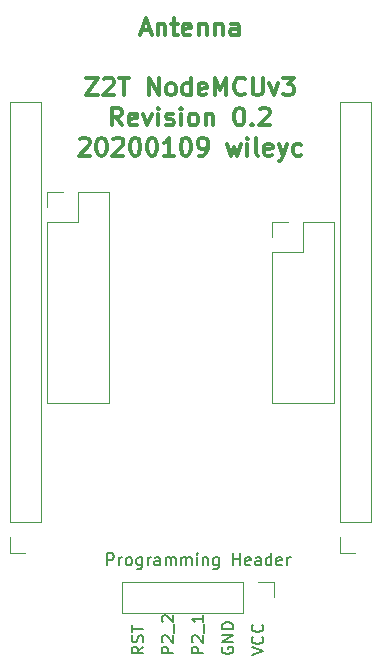
<source format=gto>
G04 #@! TF.GenerationSoftware,KiCad,Pcbnew,(5.1.5-0-10_14)*
G04 #@! TF.CreationDate,2020-01-09T22:03:08+09:00*
G04 #@! TF.ProjectId,Zigbee2MQTT,5a696762-6565-4324-9d51-54542e6b6963,rev?*
G04 #@! TF.SameCoordinates,Original*
G04 #@! TF.FileFunction,Legend,Top*
G04 #@! TF.FilePolarity,Positive*
%FSLAX46Y46*%
G04 Gerber Fmt 4.6, Leading zero omitted, Abs format (unit mm)*
G04 Created by KiCad (PCBNEW (5.1.5-0-10_14)) date 2020-01-09 22:03:08*
%MOMM*%
%LPD*%
G04 APERTURE LIST*
%ADD10C,0.300000*%
%ADD11C,0.150000*%
%ADD12C,0.120000*%
G04 APERTURE END LIST*
D10*
X131513571Y-70288571D02*
X132513571Y-70288571D01*
X131513571Y-71788571D01*
X132513571Y-71788571D01*
X133013571Y-70431428D02*
X133085000Y-70360000D01*
X133227857Y-70288571D01*
X133585000Y-70288571D01*
X133727857Y-70360000D01*
X133799285Y-70431428D01*
X133870714Y-70574285D01*
X133870714Y-70717142D01*
X133799285Y-70931428D01*
X132942142Y-71788571D01*
X133870714Y-71788571D01*
X134299285Y-70288571D02*
X135156428Y-70288571D01*
X134727857Y-71788571D02*
X134727857Y-70288571D01*
X136799285Y-71788571D02*
X136799285Y-70288571D01*
X137656428Y-71788571D01*
X137656428Y-70288571D01*
X138585000Y-71788571D02*
X138442142Y-71717142D01*
X138370714Y-71645714D01*
X138299285Y-71502857D01*
X138299285Y-71074285D01*
X138370714Y-70931428D01*
X138442142Y-70860000D01*
X138585000Y-70788571D01*
X138799285Y-70788571D01*
X138942142Y-70860000D01*
X139013571Y-70931428D01*
X139085000Y-71074285D01*
X139085000Y-71502857D01*
X139013571Y-71645714D01*
X138942142Y-71717142D01*
X138799285Y-71788571D01*
X138585000Y-71788571D01*
X140370714Y-71788571D02*
X140370714Y-70288571D01*
X140370714Y-71717142D02*
X140227857Y-71788571D01*
X139942142Y-71788571D01*
X139799285Y-71717142D01*
X139727857Y-71645714D01*
X139656428Y-71502857D01*
X139656428Y-71074285D01*
X139727857Y-70931428D01*
X139799285Y-70860000D01*
X139942142Y-70788571D01*
X140227857Y-70788571D01*
X140370714Y-70860000D01*
X141656428Y-71717142D02*
X141513571Y-71788571D01*
X141227857Y-71788571D01*
X141085000Y-71717142D01*
X141013571Y-71574285D01*
X141013571Y-71002857D01*
X141085000Y-70860000D01*
X141227857Y-70788571D01*
X141513571Y-70788571D01*
X141656428Y-70860000D01*
X141727857Y-71002857D01*
X141727857Y-71145714D01*
X141013571Y-71288571D01*
X142370714Y-71788571D02*
X142370714Y-70288571D01*
X142870714Y-71360000D01*
X143370714Y-70288571D01*
X143370714Y-71788571D01*
X144942142Y-71645714D02*
X144870714Y-71717142D01*
X144656428Y-71788571D01*
X144513571Y-71788571D01*
X144299285Y-71717142D01*
X144156428Y-71574285D01*
X144085000Y-71431428D01*
X144013571Y-71145714D01*
X144013571Y-70931428D01*
X144085000Y-70645714D01*
X144156428Y-70502857D01*
X144299285Y-70360000D01*
X144513571Y-70288571D01*
X144656428Y-70288571D01*
X144870714Y-70360000D01*
X144942142Y-70431428D01*
X145585000Y-70288571D02*
X145585000Y-71502857D01*
X145656428Y-71645714D01*
X145727857Y-71717142D01*
X145870714Y-71788571D01*
X146156428Y-71788571D01*
X146299285Y-71717142D01*
X146370714Y-71645714D01*
X146442142Y-71502857D01*
X146442142Y-70288571D01*
X147013571Y-70788571D02*
X147370714Y-71788571D01*
X147727857Y-70788571D01*
X148156428Y-70288571D02*
X149085000Y-70288571D01*
X148585000Y-70860000D01*
X148799285Y-70860000D01*
X148942142Y-70931428D01*
X149013571Y-71002857D01*
X149085000Y-71145714D01*
X149085000Y-71502857D01*
X149013571Y-71645714D01*
X148942142Y-71717142D01*
X148799285Y-71788571D01*
X148370714Y-71788571D01*
X148227857Y-71717142D01*
X148156428Y-71645714D01*
X134549285Y-74338571D02*
X134049285Y-73624285D01*
X133692142Y-74338571D02*
X133692142Y-72838571D01*
X134263571Y-72838571D01*
X134406428Y-72910000D01*
X134477857Y-72981428D01*
X134549285Y-73124285D01*
X134549285Y-73338571D01*
X134477857Y-73481428D01*
X134406428Y-73552857D01*
X134263571Y-73624285D01*
X133692142Y-73624285D01*
X135763571Y-74267142D02*
X135620714Y-74338571D01*
X135335000Y-74338571D01*
X135192142Y-74267142D01*
X135120714Y-74124285D01*
X135120714Y-73552857D01*
X135192142Y-73410000D01*
X135335000Y-73338571D01*
X135620714Y-73338571D01*
X135763571Y-73410000D01*
X135835000Y-73552857D01*
X135835000Y-73695714D01*
X135120714Y-73838571D01*
X136335000Y-73338571D02*
X136692142Y-74338571D01*
X137049285Y-73338571D01*
X137620714Y-74338571D02*
X137620714Y-73338571D01*
X137620714Y-72838571D02*
X137549285Y-72910000D01*
X137620714Y-72981428D01*
X137692142Y-72910000D01*
X137620714Y-72838571D01*
X137620714Y-72981428D01*
X138263571Y-74267142D02*
X138406428Y-74338571D01*
X138692142Y-74338571D01*
X138835000Y-74267142D01*
X138906428Y-74124285D01*
X138906428Y-74052857D01*
X138835000Y-73910000D01*
X138692142Y-73838571D01*
X138477857Y-73838571D01*
X138335000Y-73767142D01*
X138263571Y-73624285D01*
X138263571Y-73552857D01*
X138335000Y-73410000D01*
X138477857Y-73338571D01*
X138692142Y-73338571D01*
X138835000Y-73410000D01*
X139549285Y-74338571D02*
X139549285Y-73338571D01*
X139549285Y-72838571D02*
X139477857Y-72910000D01*
X139549285Y-72981428D01*
X139620714Y-72910000D01*
X139549285Y-72838571D01*
X139549285Y-72981428D01*
X140477857Y-74338571D02*
X140335000Y-74267142D01*
X140263571Y-74195714D01*
X140192142Y-74052857D01*
X140192142Y-73624285D01*
X140263571Y-73481428D01*
X140335000Y-73410000D01*
X140477857Y-73338571D01*
X140692142Y-73338571D01*
X140835000Y-73410000D01*
X140906428Y-73481428D01*
X140977857Y-73624285D01*
X140977857Y-74052857D01*
X140906428Y-74195714D01*
X140835000Y-74267142D01*
X140692142Y-74338571D01*
X140477857Y-74338571D01*
X141620714Y-73338571D02*
X141620714Y-74338571D01*
X141620714Y-73481428D02*
X141692142Y-73410000D01*
X141835000Y-73338571D01*
X142049285Y-73338571D01*
X142192142Y-73410000D01*
X142263571Y-73552857D01*
X142263571Y-74338571D01*
X144406428Y-72838571D02*
X144549285Y-72838571D01*
X144692142Y-72910000D01*
X144763571Y-72981428D01*
X144835000Y-73124285D01*
X144906428Y-73410000D01*
X144906428Y-73767142D01*
X144835000Y-74052857D01*
X144763571Y-74195714D01*
X144692142Y-74267142D01*
X144549285Y-74338571D01*
X144406428Y-74338571D01*
X144263571Y-74267142D01*
X144192142Y-74195714D01*
X144120714Y-74052857D01*
X144049285Y-73767142D01*
X144049285Y-73410000D01*
X144120714Y-73124285D01*
X144192142Y-72981428D01*
X144263571Y-72910000D01*
X144406428Y-72838571D01*
X145549285Y-74195714D02*
X145620714Y-74267142D01*
X145549285Y-74338571D01*
X145477857Y-74267142D01*
X145549285Y-74195714D01*
X145549285Y-74338571D01*
X146192142Y-72981428D02*
X146263571Y-72910000D01*
X146406428Y-72838571D01*
X146763571Y-72838571D01*
X146906428Y-72910000D01*
X146977857Y-72981428D01*
X147049285Y-73124285D01*
X147049285Y-73267142D01*
X146977857Y-73481428D01*
X146120714Y-74338571D01*
X147049285Y-74338571D01*
X130942142Y-75531428D02*
X131013571Y-75460000D01*
X131156428Y-75388571D01*
X131513571Y-75388571D01*
X131656428Y-75460000D01*
X131727857Y-75531428D01*
X131799285Y-75674285D01*
X131799285Y-75817142D01*
X131727857Y-76031428D01*
X130870714Y-76888571D01*
X131799285Y-76888571D01*
X132727857Y-75388571D02*
X132870714Y-75388571D01*
X133013571Y-75460000D01*
X133085000Y-75531428D01*
X133156428Y-75674285D01*
X133227857Y-75960000D01*
X133227857Y-76317142D01*
X133156428Y-76602857D01*
X133085000Y-76745714D01*
X133013571Y-76817142D01*
X132870714Y-76888571D01*
X132727857Y-76888571D01*
X132585000Y-76817142D01*
X132513571Y-76745714D01*
X132442142Y-76602857D01*
X132370714Y-76317142D01*
X132370714Y-75960000D01*
X132442142Y-75674285D01*
X132513571Y-75531428D01*
X132585000Y-75460000D01*
X132727857Y-75388571D01*
X133799285Y-75531428D02*
X133870714Y-75460000D01*
X134013571Y-75388571D01*
X134370714Y-75388571D01*
X134513571Y-75460000D01*
X134585000Y-75531428D01*
X134656428Y-75674285D01*
X134656428Y-75817142D01*
X134585000Y-76031428D01*
X133727857Y-76888571D01*
X134656428Y-76888571D01*
X135585000Y-75388571D02*
X135727857Y-75388571D01*
X135870714Y-75460000D01*
X135942142Y-75531428D01*
X136013571Y-75674285D01*
X136085000Y-75960000D01*
X136085000Y-76317142D01*
X136013571Y-76602857D01*
X135942142Y-76745714D01*
X135870714Y-76817142D01*
X135727857Y-76888571D01*
X135585000Y-76888571D01*
X135442142Y-76817142D01*
X135370714Y-76745714D01*
X135299285Y-76602857D01*
X135227857Y-76317142D01*
X135227857Y-75960000D01*
X135299285Y-75674285D01*
X135370714Y-75531428D01*
X135442142Y-75460000D01*
X135585000Y-75388571D01*
X137013571Y-75388571D02*
X137156428Y-75388571D01*
X137299285Y-75460000D01*
X137370714Y-75531428D01*
X137442142Y-75674285D01*
X137513571Y-75960000D01*
X137513571Y-76317142D01*
X137442142Y-76602857D01*
X137370714Y-76745714D01*
X137299285Y-76817142D01*
X137156428Y-76888571D01*
X137013571Y-76888571D01*
X136870714Y-76817142D01*
X136799285Y-76745714D01*
X136727857Y-76602857D01*
X136656428Y-76317142D01*
X136656428Y-75960000D01*
X136727857Y-75674285D01*
X136799285Y-75531428D01*
X136870714Y-75460000D01*
X137013571Y-75388571D01*
X138942142Y-76888571D02*
X138085000Y-76888571D01*
X138513571Y-76888571D02*
X138513571Y-75388571D01*
X138370714Y-75602857D01*
X138227857Y-75745714D01*
X138085000Y-75817142D01*
X139870714Y-75388571D02*
X140013571Y-75388571D01*
X140156428Y-75460000D01*
X140227857Y-75531428D01*
X140299285Y-75674285D01*
X140370714Y-75960000D01*
X140370714Y-76317142D01*
X140299285Y-76602857D01*
X140227857Y-76745714D01*
X140156428Y-76817142D01*
X140013571Y-76888571D01*
X139870714Y-76888571D01*
X139727857Y-76817142D01*
X139656428Y-76745714D01*
X139585000Y-76602857D01*
X139513571Y-76317142D01*
X139513571Y-75960000D01*
X139585000Y-75674285D01*
X139656428Y-75531428D01*
X139727857Y-75460000D01*
X139870714Y-75388571D01*
X141085000Y-76888571D02*
X141370714Y-76888571D01*
X141513571Y-76817142D01*
X141585000Y-76745714D01*
X141727857Y-76531428D01*
X141799285Y-76245714D01*
X141799285Y-75674285D01*
X141727857Y-75531428D01*
X141656428Y-75460000D01*
X141513571Y-75388571D01*
X141227857Y-75388571D01*
X141085000Y-75460000D01*
X141013571Y-75531428D01*
X140942142Y-75674285D01*
X140942142Y-76031428D01*
X141013571Y-76174285D01*
X141085000Y-76245714D01*
X141227857Y-76317142D01*
X141513571Y-76317142D01*
X141656428Y-76245714D01*
X141727857Y-76174285D01*
X141799285Y-76031428D01*
X143442142Y-75888571D02*
X143727857Y-76888571D01*
X144013571Y-76174285D01*
X144299285Y-76888571D01*
X144585000Y-75888571D01*
X145156428Y-76888571D02*
X145156428Y-75888571D01*
X145156428Y-75388571D02*
X145085000Y-75460000D01*
X145156428Y-75531428D01*
X145227857Y-75460000D01*
X145156428Y-75388571D01*
X145156428Y-75531428D01*
X146085000Y-76888571D02*
X145942142Y-76817142D01*
X145870714Y-76674285D01*
X145870714Y-75388571D01*
X147227857Y-76817142D02*
X147085000Y-76888571D01*
X146799285Y-76888571D01*
X146656428Y-76817142D01*
X146585000Y-76674285D01*
X146585000Y-76102857D01*
X146656428Y-75960000D01*
X146799285Y-75888571D01*
X147085000Y-75888571D01*
X147227857Y-75960000D01*
X147299285Y-76102857D01*
X147299285Y-76245714D01*
X146585000Y-76388571D01*
X147799285Y-75888571D02*
X148156428Y-76888571D01*
X148513571Y-75888571D02*
X148156428Y-76888571D01*
X148013571Y-77245714D01*
X147942142Y-77317142D01*
X147799285Y-77388571D01*
X149727857Y-76817142D02*
X149585000Y-76888571D01*
X149299285Y-76888571D01*
X149156428Y-76817142D01*
X149085000Y-76745714D01*
X149013571Y-76602857D01*
X149013571Y-76174285D01*
X149085000Y-76031428D01*
X149156428Y-75960000D01*
X149299285Y-75888571D01*
X149585000Y-75888571D01*
X149727857Y-75960000D01*
D11*
X136342380Y-118472976D02*
X135866190Y-118806309D01*
X136342380Y-119044404D02*
X135342380Y-119044404D01*
X135342380Y-118663452D01*
X135390000Y-118568214D01*
X135437619Y-118520595D01*
X135532857Y-118472976D01*
X135675714Y-118472976D01*
X135770952Y-118520595D01*
X135818571Y-118568214D01*
X135866190Y-118663452D01*
X135866190Y-119044404D01*
X136294761Y-118092023D02*
X136342380Y-117949166D01*
X136342380Y-117711071D01*
X136294761Y-117615833D01*
X136247142Y-117568214D01*
X136151904Y-117520595D01*
X136056666Y-117520595D01*
X135961428Y-117568214D01*
X135913809Y-117615833D01*
X135866190Y-117711071D01*
X135818571Y-117901547D01*
X135770952Y-117996785D01*
X135723333Y-118044404D01*
X135628095Y-118092023D01*
X135532857Y-118092023D01*
X135437619Y-118044404D01*
X135390000Y-117996785D01*
X135342380Y-117901547D01*
X135342380Y-117663452D01*
X135390000Y-117520595D01*
X135342380Y-117234880D02*
X135342380Y-116663452D01*
X136342380Y-116949166D02*
X135342380Y-116949166D01*
X138882380Y-119044404D02*
X137882380Y-119044404D01*
X137882380Y-118663452D01*
X137930000Y-118568214D01*
X137977619Y-118520595D01*
X138072857Y-118472976D01*
X138215714Y-118472976D01*
X138310952Y-118520595D01*
X138358571Y-118568214D01*
X138406190Y-118663452D01*
X138406190Y-119044404D01*
X137977619Y-118092023D02*
X137930000Y-118044404D01*
X137882380Y-117949166D01*
X137882380Y-117711071D01*
X137930000Y-117615833D01*
X137977619Y-117568214D01*
X138072857Y-117520595D01*
X138168095Y-117520595D01*
X138310952Y-117568214D01*
X138882380Y-118139642D01*
X138882380Y-117520595D01*
X138977619Y-117330119D02*
X138977619Y-116568214D01*
X137977619Y-116377738D02*
X137930000Y-116330119D01*
X137882380Y-116234880D01*
X137882380Y-115996785D01*
X137930000Y-115901547D01*
X137977619Y-115853928D01*
X138072857Y-115806309D01*
X138168095Y-115806309D01*
X138310952Y-115853928D01*
X138882380Y-116425357D01*
X138882380Y-115806309D01*
X141422380Y-119044404D02*
X140422380Y-119044404D01*
X140422380Y-118663452D01*
X140470000Y-118568214D01*
X140517619Y-118520595D01*
X140612857Y-118472976D01*
X140755714Y-118472976D01*
X140850952Y-118520595D01*
X140898571Y-118568214D01*
X140946190Y-118663452D01*
X140946190Y-119044404D01*
X140517619Y-118092023D02*
X140470000Y-118044404D01*
X140422380Y-117949166D01*
X140422380Y-117711071D01*
X140470000Y-117615833D01*
X140517619Y-117568214D01*
X140612857Y-117520595D01*
X140708095Y-117520595D01*
X140850952Y-117568214D01*
X141422380Y-118139642D01*
X141422380Y-117520595D01*
X141517619Y-117330119D02*
X141517619Y-116568214D01*
X141422380Y-115806309D02*
X141422380Y-116377738D01*
X141422380Y-116092023D02*
X140422380Y-116092023D01*
X140565238Y-116187261D01*
X140660476Y-116282500D01*
X140708095Y-116377738D01*
X145502380Y-119187261D02*
X146502380Y-118853928D01*
X145502380Y-118520595D01*
X146407142Y-117615833D02*
X146454761Y-117663452D01*
X146502380Y-117806309D01*
X146502380Y-117901547D01*
X146454761Y-118044404D01*
X146359523Y-118139642D01*
X146264285Y-118187261D01*
X146073809Y-118234880D01*
X145930952Y-118234880D01*
X145740476Y-118187261D01*
X145645238Y-118139642D01*
X145550000Y-118044404D01*
X145502380Y-117901547D01*
X145502380Y-117806309D01*
X145550000Y-117663452D01*
X145597619Y-117615833D01*
X146407142Y-116615833D02*
X146454761Y-116663452D01*
X146502380Y-116806309D01*
X146502380Y-116901547D01*
X146454761Y-117044404D01*
X146359523Y-117139642D01*
X146264285Y-117187261D01*
X146073809Y-117234880D01*
X145930952Y-117234880D01*
X145740476Y-117187261D01*
X145645238Y-117139642D01*
X145550000Y-117044404D01*
X145502380Y-116901547D01*
X145502380Y-116806309D01*
X145550000Y-116663452D01*
X145597619Y-116615833D01*
X143010000Y-118520595D02*
X142962380Y-118615833D01*
X142962380Y-118758690D01*
X143010000Y-118901547D01*
X143105238Y-118996785D01*
X143200476Y-119044404D01*
X143390952Y-119092023D01*
X143533809Y-119092023D01*
X143724285Y-119044404D01*
X143819523Y-118996785D01*
X143914761Y-118901547D01*
X143962380Y-118758690D01*
X143962380Y-118663452D01*
X143914761Y-118520595D01*
X143867142Y-118472976D01*
X143533809Y-118472976D01*
X143533809Y-118663452D01*
X143962380Y-118044404D02*
X142962380Y-118044404D01*
X143962380Y-117472976D01*
X142962380Y-117472976D01*
X143962380Y-116996785D02*
X142962380Y-116996785D01*
X142962380Y-116758690D01*
X143010000Y-116615833D01*
X143105238Y-116520595D01*
X143200476Y-116472976D01*
X143390952Y-116425357D01*
X143533809Y-116425357D01*
X143724285Y-116472976D01*
X143819523Y-116520595D01*
X143914761Y-116615833D01*
X143962380Y-116758690D01*
X143962380Y-116996785D01*
D10*
X136192142Y-66290000D02*
X136906428Y-66290000D01*
X136049285Y-66718571D02*
X136549285Y-65218571D01*
X137049285Y-66718571D01*
X137549285Y-65718571D02*
X137549285Y-66718571D01*
X137549285Y-65861428D02*
X137620714Y-65790000D01*
X137763571Y-65718571D01*
X137977857Y-65718571D01*
X138120714Y-65790000D01*
X138192142Y-65932857D01*
X138192142Y-66718571D01*
X138692142Y-65718571D02*
X139263571Y-65718571D01*
X138906428Y-65218571D02*
X138906428Y-66504285D01*
X138977857Y-66647142D01*
X139120714Y-66718571D01*
X139263571Y-66718571D01*
X140335000Y-66647142D02*
X140192142Y-66718571D01*
X139906428Y-66718571D01*
X139763571Y-66647142D01*
X139692142Y-66504285D01*
X139692142Y-65932857D01*
X139763571Y-65790000D01*
X139906428Y-65718571D01*
X140192142Y-65718571D01*
X140335000Y-65790000D01*
X140406428Y-65932857D01*
X140406428Y-66075714D01*
X139692142Y-66218571D01*
X141049285Y-65718571D02*
X141049285Y-66718571D01*
X141049285Y-65861428D02*
X141120714Y-65790000D01*
X141263571Y-65718571D01*
X141477857Y-65718571D01*
X141620714Y-65790000D01*
X141692142Y-65932857D01*
X141692142Y-66718571D01*
X142406428Y-65718571D02*
X142406428Y-66718571D01*
X142406428Y-65861428D02*
X142477857Y-65790000D01*
X142620714Y-65718571D01*
X142835000Y-65718571D01*
X142977857Y-65790000D01*
X143049285Y-65932857D01*
X143049285Y-66718571D01*
X144406428Y-66718571D02*
X144406428Y-65932857D01*
X144335000Y-65790000D01*
X144192142Y-65718571D01*
X143906428Y-65718571D01*
X143763571Y-65790000D01*
X144406428Y-66647142D02*
X144263571Y-66718571D01*
X143906428Y-66718571D01*
X143763571Y-66647142D01*
X143692142Y-66504285D01*
X143692142Y-66361428D01*
X143763571Y-66218571D01*
X143906428Y-66147142D01*
X144263571Y-66147142D01*
X144406428Y-66075714D01*
D12*
X147260000Y-82490000D02*
X148590000Y-82490000D01*
X147260000Y-83820000D02*
X147260000Y-82490000D01*
X149860000Y-82490000D02*
X152460000Y-82490000D01*
X149860000Y-85090000D02*
X149860000Y-82490000D01*
X147260000Y-85090000D02*
X149860000Y-85090000D01*
X152460000Y-82490000D02*
X152460000Y-97850000D01*
X147260000Y-85090000D02*
X147260000Y-97850000D01*
X147260000Y-97850000D02*
X152460000Y-97850000D01*
X154305000Y-110550000D02*
X152975000Y-110550000D01*
X152975000Y-110550000D02*
X152975000Y-109220000D01*
X152975000Y-107950000D02*
X152975000Y-72330000D01*
X155635000Y-72330000D02*
X152975000Y-72330000D01*
X155635000Y-107950000D02*
X155635000Y-72330000D01*
X155635000Y-107950000D02*
X152975000Y-107950000D01*
X147380000Y-112970000D02*
X147380000Y-114300000D01*
X146050000Y-112970000D02*
X147380000Y-112970000D01*
X144780000Y-112970000D02*
X144780000Y-115630000D01*
X144780000Y-115630000D02*
X134560000Y-115630000D01*
X144780000Y-112970000D02*
X134560000Y-112970000D01*
X134560000Y-112970000D02*
X134560000Y-115630000D01*
X128210000Y-79950000D02*
X129540000Y-79950000D01*
X128210000Y-81280000D02*
X128210000Y-79950000D01*
X130810000Y-79950000D02*
X133410000Y-79950000D01*
X130810000Y-82550000D02*
X130810000Y-79950000D01*
X128210000Y-82550000D02*
X130810000Y-82550000D01*
X133410000Y-79950000D02*
X133410000Y-97850000D01*
X128210000Y-82550000D02*
X128210000Y-97850000D01*
X128210000Y-97850000D02*
X133410000Y-97850000D01*
X126365000Y-110550000D02*
X125035000Y-110550000D01*
X125035000Y-110550000D02*
X125035000Y-109220000D01*
X125035000Y-107950000D02*
X125035000Y-72330000D01*
X127695000Y-72330000D02*
X125035000Y-72330000D01*
X127695000Y-107950000D02*
X127695000Y-72330000D01*
X127695000Y-107950000D02*
X125035000Y-107950000D01*
D11*
X133279523Y-111577380D02*
X133279523Y-110577380D01*
X133660476Y-110577380D01*
X133755714Y-110625000D01*
X133803333Y-110672619D01*
X133850952Y-110767857D01*
X133850952Y-110910714D01*
X133803333Y-111005952D01*
X133755714Y-111053571D01*
X133660476Y-111101190D01*
X133279523Y-111101190D01*
X134279523Y-111577380D02*
X134279523Y-110910714D01*
X134279523Y-111101190D02*
X134327142Y-111005952D01*
X134374761Y-110958333D01*
X134470000Y-110910714D01*
X134565238Y-110910714D01*
X135041428Y-111577380D02*
X134946190Y-111529761D01*
X134898571Y-111482142D01*
X134850952Y-111386904D01*
X134850952Y-111101190D01*
X134898571Y-111005952D01*
X134946190Y-110958333D01*
X135041428Y-110910714D01*
X135184285Y-110910714D01*
X135279523Y-110958333D01*
X135327142Y-111005952D01*
X135374761Y-111101190D01*
X135374761Y-111386904D01*
X135327142Y-111482142D01*
X135279523Y-111529761D01*
X135184285Y-111577380D01*
X135041428Y-111577380D01*
X136231904Y-110910714D02*
X136231904Y-111720238D01*
X136184285Y-111815476D01*
X136136666Y-111863095D01*
X136041428Y-111910714D01*
X135898571Y-111910714D01*
X135803333Y-111863095D01*
X136231904Y-111529761D02*
X136136666Y-111577380D01*
X135946190Y-111577380D01*
X135850952Y-111529761D01*
X135803333Y-111482142D01*
X135755714Y-111386904D01*
X135755714Y-111101190D01*
X135803333Y-111005952D01*
X135850952Y-110958333D01*
X135946190Y-110910714D01*
X136136666Y-110910714D01*
X136231904Y-110958333D01*
X136708095Y-111577380D02*
X136708095Y-110910714D01*
X136708095Y-111101190D02*
X136755714Y-111005952D01*
X136803333Y-110958333D01*
X136898571Y-110910714D01*
X136993809Y-110910714D01*
X137755714Y-111577380D02*
X137755714Y-111053571D01*
X137708095Y-110958333D01*
X137612857Y-110910714D01*
X137422380Y-110910714D01*
X137327142Y-110958333D01*
X137755714Y-111529761D02*
X137660476Y-111577380D01*
X137422380Y-111577380D01*
X137327142Y-111529761D01*
X137279523Y-111434523D01*
X137279523Y-111339285D01*
X137327142Y-111244047D01*
X137422380Y-111196428D01*
X137660476Y-111196428D01*
X137755714Y-111148809D01*
X138231904Y-111577380D02*
X138231904Y-110910714D01*
X138231904Y-111005952D02*
X138279523Y-110958333D01*
X138374761Y-110910714D01*
X138517619Y-110910714D01*
X138612857Y-110958333D01*
X138660476Y-111053571D01*
X138660476Y-111577380D01*
X138660476Y-111053571D02*
X138708095Y-110958333D01*
X138803333Y-110910714D01*
X138946190Y-110910714D01*
X139041428Y-110958333D01*
X139089047Y-111053571D01*
X139089047Y-111577380D01*
X139565238Y-111577380D02*
X139565238Y-110910714D01*
X139565238Y-111005952D02*
X139612857Y-110958333D01*
X139708095Y-110910714D01*
X139850952Y-110910714D01*
X139946190Y-110958333D01*
X139993809Y-111053571D01*
X139993809Y-111577380D01*
X139993809Y-111053571D02*
X140041428Y-110958333D01*
X140136666Y-110910714D01*
X140279523Y-110910714D01*
X140374761Y-110958333D01*
X140422380Y-111053571D01*
X140422380Y-111577380D01*
X140898571Y-111577380D02*
X140898571Y-110910714D01*
X140898571Y-110577380D02*
X140850952Y-110625000D01*
X140898571Y-110672619D01*
X140946190Y-110625000D01*
X140898571Y-110577380D01*
X140898571Y-110672619D01*
X141374761Y-110910714D02*
X141374761Y-111577380D01*
X141374761Y-111005952D02*
X141422380Y-110958333D01*
X141517619Y-110910714D01*
X141660476Y-110910714D01*
X141755714Y-110958333D01*
X141803333Y-111053571D01*
X141803333Y-111577380D01*
X142708095Y-110910714D02*
X142708095Y-111720238D01*
X142660476Y-111815476D01*
X142612857Y-111863095D01*
X142517619Y-111910714D01*
X142374761Y-111910714D01*
X142279523Y-111863095D01*
X142708095Y-111529761D02*
X142612857Y-111577380D01*
X142422380Y-111577380D01*
X142327142Y-111529761D01*
X142279523Y-111482142D01*
X142231904Y-111386904D01*
X142231904Y-111101190D01*
X142279523Y-111005952D01*
X142327142Y-110958333D01*
X142422380Y-110910714D01*
X142612857Y-110910714D01*
X142708095Y-110958333D01*
X143946190Y-111577380D02*
X143946190Y-110577380D01*
X143946190Y-111053571D02*
X144517619Y-111053571D01*
X144517619Y-111577380D02*
X144517619Y-110577380D01*
X145374761Y-111529761D02*
X145279523Y-111577380D01*
X145089047Y-111577380D01*
X144993809Y-111529761D01*
X144946190Y-111434523D01*
X144946190Y-111053571D01*
X144993809Y-110958333D01*
X145089047Y-110910714D01*
X145279523Y-110910714D01*
X145374761Y-110958333D01*
X145422380Y-111053571D01*
X145422380Y-111148809D01*
X144946190Y-111244047D01*
X146279523Y-111577380D02*
X146279523Y-111053571D01*
X146231904Y-110958333D01*
X146136666Y-110910714D01*
X145946190Y-110910714D01*
X145850952Y-110958333D01*
X146279523Y-111529761D02*
X146184285Y-111577380D01*
X145946190Y-111577380D01*
X145850952Y-111529761D01*
X145803333Y-111434523D01*
X145803333Y-111339285D01*
X145850952Y-111244047D01*
X145946190Y-111196428D01*
X146184285Y-111196428D01*
X146279523Y-111148809D01*
X147184285Y-111577380D02*
X147184285Y-110577380D01*
X147184285Y-111529761D02*
X147089047Y-111577380D01*
X146898571Y-111577380D01*
X146803333Y-111529761D01*
X146755714Y-111482142D01*
X146708095Y-111386904D01*
X146708095Y-111101190D01*
X146755714Y-111005952D01*
X146803333Y-110958333D01*
X146898571Y-110910714D01*
X147089047Y-110910714D01*
X147184285Y-110958333D01*
X148041428Y-111529761D02*
X147946190Y-111577380D01*
X147755714Y-111577380D01*
X147660476Y-111529761D01*
X147612857Y-111434523D01*
X147612857Y-111053571D01*
X147660476Y-110958333D01*
X147755714Y-110910714D01*
X147946190Y-110910714D01*
X148041428Y-110958333D01*
X148089047Y-111053571D01*
X148089047Y-111148809D01*
X147612857Y-111244047D01*
X148517619Y-111577380D02*
X148517619Y-110910714D01*
X148517619Y-111101190D02*
X148565238Y-111005952D01*
X148612857Y-110958333D01*
X148708095Y-110910714D01*
X148803333Y-110910714D01*
M02*

</source>
